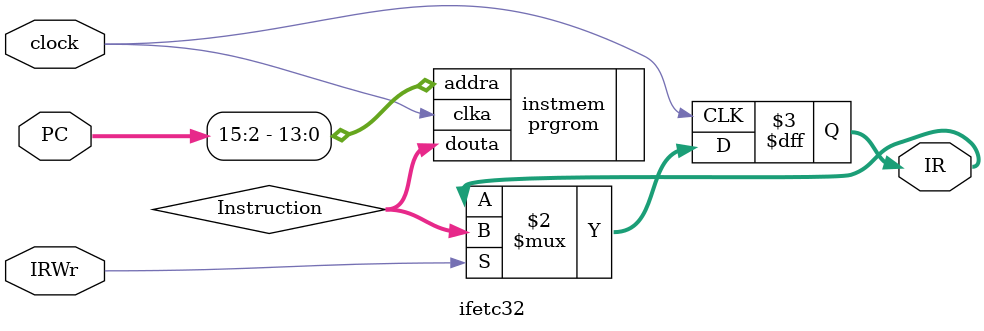
<source format=v>
module ifetc32(
    input clock,
    input IRWr,
    input [31:0]PC,
    output reg[31:0]IR
    );

    wire [31:0]Instruction;
    prgrom instmem(
        .clka(clock), // input wire clka
        .addra(PC[15:2]), // input wire [13 : 0] addra
        .douta(Instruction) // output wire [31 : 0] douta
    );
    always@(posedge clock)
    begin
        IR <= IRWr?Instruction:IR;
    end

endmodule
</source>
